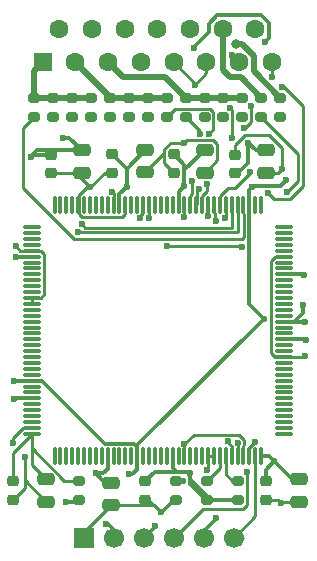
<source format=gbr>
%TF.GenerationSoftware,KiCad,Pcbnew,9.0.3*%
%TF.CreationDate,2025-12-13T00:06:23+05:30*%
%TF.ProjectId,vga,7667612e-6b69-4636-9164-5f7063625858,rev?*%
%TF.SameCoordinates,Original*%
%TF.FileFunction,Copper,L1,Top*%
%TF.FilePolarity,Positive*%
%FSLAX46Y46*%
G04 Gerber Fmt 4.6, Leading zero omitted, Abs format (unit mm)*
G04 Created by KiCad (PCBNEW 9.0.3) date 2025-12-13 00:06:23*
%MOMM*%
%LPD*%
G01*
G04 APERTURE LIST*
G04 Aperture macros list*
%AMRoundRect*
0 Rectangle with rounded corners*
0 $1 Rounding radius*
0 $2 $3 $4 $5 $6 $7 $8 $9 X,Y pos of 4 corners*
0 Add a 4 corners polygon primitive as box body*
4,1,4,$2,$3,$4,$5,$6,$7,$8,$9,$2,$3,0*
0 Add four circle primitives for the rounded corners*
1,1,$1+$1,$2,$3*
1,1,$1+$1,$4,$5*
1,1,$1+$1,$6,$7*
1,1,$1+$1,$8,$9*
0 Add four rect primitives between the rounded corners*
20,1,$1+$1,$2,$3,$4,$5,0*
20,1,$1+$1,$4,$5,$6,$7,0*
20,1,$1+$1,$6,$7,$8,$9,0*
20,1,$1+$1,$8,$9,$2,$3,0*%
G04 Aperture macros list end*
%TA.AperFunction,SMDPad,CuDef*%
%ADD10RoundRect,0.200000X0.275000X-0.200000X0.275000X0.200000X-0.275000X0.200000X-0.275000X-0.200000X0*%
%TD*%
%TA.AperFunction,ComponentPad*%
%ADD11R,1.700000X1.700000*%
%TD*%
%TA.AperFunction,ComponentPad*%
%ADD12C,1.700000*%
%TD*%
%TA.AperFunction,ComponentPad*%
%ADD13R,1.600000X1.600000*%
%TD*%
%TA.AperFunction,ComponentPad*%
%ADD14C,1.600000*%
%TD*%
%TA.AperFunction,SMDPad,CuDef*%
%ADD15RoundRect,0.225000X0.250000X-0.225000X0.250000X0.225000X-0.250000X0.225000X-0.250000X-0.225000X0*%
%TD*%
%TA.AperFunction,SMDPad,CuDef*%
%ADD16RoundRect,0.200000X-0.275000X0.200000X-0.275000X-0.200000X0.275000X-0.200000X0.275000X0.200000X0*%
%TD*%
%TA.AperFunction,SMDPad,CuDef*%
%ADD17RoundRect,0.250000X0.475000X-0.250000X0.475000X0.250000X-0.475000X0.250000X-0.475000X-0.250000X0*%
%TD*%
%TA.AperFunction,SMDPad,CuDef*%
%ADD18RoundRect,0.250000X-0.475000X0.250000X-0.475000X-0.250000X0.475000X-0.250000X0.475000X0.250000X0*%
%TD*%
%TA.AperFunction,SMDPad,CuDef*%
%ADD19RoundRect,0.225000X-0.250000X0.225000X-0.250000X-0.225000X0.250000X-0.225000X0.250000X0.225000X0*%
%TD*%
%TA.AperFunction,SMDPad,CuDef*%
%ADD20RoundRect,0.075000X-0.662500X-0.075000X0.662500X-0.075000X0.662500X0.075000X-0.662500X0.075000X0*%
%TD*%
%TA.AperFunction,SMDPad,CuDef*%
%ADD21RoundRect,0.075000X-0.075000X-0.662500X0.075000X-0.662500X0.075000X0.662500X-0.075000X0.662500X0*%
%TD*%
%TA.AperFunction,ViaPad*%
%ADD22C,0.600000*%
%TD*%
%TA.AperFunction,ViaPad*%
%ADD23C,0.800000*%
%TD*%
%TA.AperFunction,Conductor*%
%ADD24C,0.300000*%
%TD*%
%TA.AperFunction,Conductor*%
%ADD25C,0.250000*%
%TD*%
%TA.AperFunction,Conductor*%
%ADD26C,0.500000*%
%TD*%
G04 APERTURE END LIST*
D10*
%TO.P,R_R2,1*%
%TO.N,Net-(U1A-IOT_74)*%
X89620000Y-56990000D03*
%TO.P,R_R2,2*%
%TO.N,/VGA_RED_OUT*%
X89620000Y-55340000D03*
%TD*%
D11*
%TO.P,J_PROG1,1,Pin_1*%
%TO.N,GND*%
X92220000Y-92590000D03*
D12*
%TO.P,J_PROG1,2,Pin_2*%
%TO.N,+3.3V*%
X94760000Y-92590000D03*
%TO.P,J_PROG1,3,Pin_3*%
%TO.N,/SCK*%
X97300000Y-92590000D03*
%TO.P,J_PROG1,4,Pin_4*%
%TO.N,/SDI*%
X99840000Y-92590000D03*
%TO.P,J_PROG1,5,Pin_5*%
%TO.N,/SDO*%
X102380000Y-92590000D03*
%TO.P,J_PROG1,6,Pin_6*%
%TO.N,/SS*%
X104920000Y-92590000D03*
%TD*%
D10*
%TO.P,R3,1*%
%TO.N,GND*%
X100020000Y-89415000D03*
%TO.P,R3,2*%
%TO.N,Net-(U1C-IOB_42_CBSEL0)*%
X100020000Y-87765000D03*
%TD*%
%TO.P,R1,1*%
%TO.N,+3.3V*%
X105220000Y-89415000D03*
%TO.P,R1,2*%
%TO.N,Net-(U1E-~{CRESET_B})*%
X105220000Y-87765000D03*
%TD*%
%TO.P,R_G2,1*%
%TO.N,Net-(U1A-IOT_78)*%
X96020000Y-56990000D03*
%TO.P,R_G2,2*%
%TO.N,/VGA_GREEN_OUT*%
X96020000Y-55340000D03*
%TD*%
D13*
%TO.P,J1,1*%
%TO.N,/VGA_RED_OUT*%
X88725000Y-52355331D03*
D14*
%TO.P,J1,2*%
%TO.N,/VGA_GREEN_OUT*%
X91495000Y-52355331D03*
%TO.P,J1,3*%
%TO.N,/VGA_BLUE_OUT*%
X94265000Y-52355331D03*
%TO.P,J1,4*%
%TO.N,unconnected-(J1-Pad4)*%
X97035000Y-52355331D03*
%TO.P,J1,5*%
%TO.N,GND*%
X99805000Y-52355331D03*
%TO.P,J1,6*%
X102575000Y-52355331D03*
%TO.P,J1,7*%
X105345000Y-52355331D03*
%TO.P,J1,8*%
X108115000Y-52355331D03*
%TO.P,J1,9*%
%TO.N,unconnected-(J1-Pad9)*%
X90110000Y-49515331D03*
%TO.P,J1,10*%
%TO.N,unconnected-(J1-Pad10)*%
X92880000Y-49515331D03*
%TO.P,J1,11*%
%TO.N,unconnected-(J1-Pad11)*%
X95650000Y-49515331D03*
%TO.P,J1,12*%
%TO.N,unconnected-(J1-Pad12)*%
X98420000Y-49515331D03*
%TO.P,J1,13*%
%TO.N,/HSYNC*%
X101190000Y-49515331D03*
%TO.P,J1,14*%
%TO.N,/VSYNC*%
X103960000Y-49515331D03*
%TO.P,J1,15*%
%TO.N,unconnected-(J1-Pad15)*%
X106730000Y-49515331D03*
%TD*%
D15*
%TO.P,C2,1*%
%TO.N,GND*%
X89420000Y-61740000D03*
%TO.P,C2,2*%
%TO.N,VCCINT*%
X89420000Y-60190000D03*
%TD*%
D16*
%TO.P,R6,1*%
%TO.N,/VSYNC*%
X107220000Y-55340000D03*
%TO.P,R6,2*%
%TO.N,Net-(U1A-IOT_87)*%
X107220000Y-56990000D03*
%TD*%
D17*
%TO.P,C4,1*%
%TO.N,GND*%
X92020000Y-61690000D03*
%TO.P,C4,2*%
%TO.N,VCCINT*%
X92020000Y-59790000D03*
%TD*%
D15*
%TO.P,C3,1*%
%TO.N,GND*%
X86220000Y-89390000D03*
%TO.P,C3,2*%
%TO.N,Net-(U1E-VCCPLL)*%
X86220000Y-87840000D03*
%TD*%
D10*
%TO.P,R_G3,1*%
%TO.N,Net-(U1A-IOT_77)*%
X94420000Y-56990000D03*
%TO.P,R_G3,2*%
%TO.N,/VGA_GREEN_OUT*%
X94420000Y-55340000D03*
%TD*%
%TO.P,R_B2,1*%
%TO.N,Net-(U1A-IOT_82)*%
X102420000Y-56990000D03*
%TO.P,R_B2,2*%
%TO.N,/VGA_BLUE_OUT*%
X102420000Y-55340000D03*
%TD*%
D18*
%TO.P,C9,1*%
%TO.N,+3.3V*%
X107620000Y-59790000D03*
%TO.P,C9,2*%
%TO.N,GND*%
X107620000Y-61690000D03*
%TD*%
D10*
%TO.P,R_R1,1*%
%TO.N,Net-(U1A-IOT_75)*%
X91220000Y-56990000D03*
%TO.P,R_R1,2*%
%TO.N,/VGA_RED_OUT*%
X91220000Y-55340000D03*
%TD*%
%TO.P,R2,1*%
%TO.N,+3.3V*%
X102620000Y-89415000D03*
%TO.P,R2,2*%
%TO.N,Net-(U1E-CDONE)*%
X102620000Y-87765000D03*
%TD*%
D19*
%TO.P,C8,1*%
%TO.N,+3.3V*%
X94620000Y-60140000D03*
%TO.P,C8,2*%
%TO.N,GND*%
X94620000Y-61690000D03*
%TD*%
D15*
%TO.P,C10,1*%
%TO.N,+3.3V*%
X105020000Y-61715000D03*
%TO.P,C10,2*%
%TO.N,GND*%
X105020000Y-60165000D03*
%TD*%
D16*
%TO.P,R4,1*%
%TO.N,Net-(U1E-VCCPLL)*%
X91820000Y-87765000D03*
%TO.P,R4,2*%
%TO.N,VCCPLL*%
X91820000Y-89415000D03*
%TD*%
D18*
%TO.P,C7,1*%
%TO.N,+3.3V*%
X97420000Y-59740000D03*
%TO.P,C7,2*%
%TO.N,GND*%
X97420000Y-61640000D03*
%TD*%
D19*
%TO.P,C12,1*%
%TO.N,+3.3V*%
X99820000Y-60140000D03*
%TO.P,C12,2*%
%TO.N,GND*%
X99820000Y-61690000D03*
%TD*%
D18*
%TO.P,C5,1*%
%TO.N,Net-(U1E-VCCPLL)*%
X89020000Y-87640000D03*
%TO.P,C5,2*%
%TO.N,GND*%
X89020000Y-89540000D03*
%TD*%
D20*
%TO.P,U1,1,IOL_1A*%
%TO.N,unconnected-(U1D-IOL_1A-Pad1)*%
X87807500Y-66302500D03*
%TO.P,U1,2,IOL_1B*%
%TO.N,unconnected-(U1D-IOL_1B-Pad2)*%
X87807500Y-66802500D03*
%TO.P,U1,3,IOL_2A*%
%TO.N,unconnected-(U1D-IOL_2A-Pad3)*%
X87807500Y-67302500D03*
%TO.P,U1,4,IOL_2B*%
%TO.N,unconnected-(U1D-IOL_2B-Pad4)*%
X87807500Y-67802500D03*
%TO.P,U1,5,GND*%
%TO.N,GND*%
X87807500Y-68302500D03*
%TO.P,U1,6,VCCIO_3*%
%TO.N,+3.3V*%
X87807500Y-68802500D03*
%TO.P,U1,7,IOL_3A*%
%TO.N,unconnected-(U1D-IOL_3A-Pad7)*%
X87807500Y-69302500D03*
%TO.P,U1,8,IOL_3B*%
%TO.N,unconnected-(U1D-IOL_3B-Pad8)*%
X87807500Y-69802500D03*
%TO.P,U1,9,IOL_4A*%
%TO.N,unconnected-(U1D-IOL_4A-Pad9)*%
X87807500Y-70302500D03*
%TO.P,U1,10,IOL_4B*%
%TO.N,unconnected-(U1D-IOL_4B-Pad10)*%
X87807500Y-70802500D03*
%TO.P,U1,11,IOL_5A*%
%TO.N,unconnected-(U1D-IOL_5A-Pad11)*%
X87807500Y-71302500D03*
%TO.P,U1,12,IOL_5B*%
%TO.N,unconnected-(U1D-IOL_5B-Pad12)*%
X87807500Y-71802500D03*
%TO.P,U1,13,GND*%
%TO.N,GND*%
X87807500Y-72302500D03*
%TO.P,U1,14,GND*%
X87807500Y-72802500D03*
%TO.P,U1,15,NC*%
%TO.N,unconnected-(U1A-NC-Pad15)*%
X87807500Y-73302500D03*
%TO.P,U1,16,NC*%
%TO.N,unconnected-(U1A-NC-Pad16)*%
X87807500Y-73802500D03*
%TO.P,U1,17,NC*%
%TO.N,unconnected-(U1A-NC-Pad17)*%
X87807500Y-74302500D03*
%TO.P,U1,18,NC*%
%TO.N,unconnected-(U1A-NC-Pad18)*%
X87807500Y-74802500D03*
%TO.P,U1,19,IOL_6A*%
%TO.N,unconnected-(U1D-IOL_6A-Pad19)*%
X87807500Y-75302500D03*
%TO.P,U1,20,IOL_6B_GBIN7*%
%TO.N,unconnected-(U1D-IOL_6B_GBIN7-Pad20)*%
X87807500Y-75802500D03*
%TO.P,U1,21,IOL_7A_GBIN6*%
%TO.N,unconnected-(U1D-IOL_7A_GBIN6-Pad21)*%
X87807500Y-76302500D03*
%TO.P,U1,22,IOL_7B*%
%TO.N,unconnected-(U1D-IOL_7B-Pad22)*%
X87807500Y-76802500D03*
%TO.P,U1,23,IOL_8A*%
%TO.N,unconnected-(U1D-IOL_8A-Pad23)*%
X87807500Y-77302500D03*
%TO.P,U1,24,IOL_8B*%
%TO.N,unconnected-(U1D-IOL_8B-Pad24)*%
X87807500Y-77802500D03*
%TO.P,U1,25,IOL_9A*%
%TO.N,unconnected-(U1D-IOL_9A-Pad25)*%
X87807500Y-78302500D03*
%TO.P,U1,26,IOL_9B*%
%TO.N,unconnected-(U1D-IOL_9B-Pad26)*%
X87807500Y-78802500D03*
%TO.P,U1,27,VCC*%
%TO.N,VCCINT*%
X87807500Y-79302500D03*
%TO.P,U1,28,IOL_10A*%
%TO.N,unconnected-(U1D-IOL_10A-Pad28)*%
X87807500Y-79802500D03*
%TO.P,U1,29,IOL_10B*%
%TO.N,unconnected-(U1D-IOL_10B-Pad29)*%
X87807500Y-80302500D03*
%TO.P,U1,30,VCCIO_3*%
%TO.N,+3.3V*%
X87807500Y-80802500D03*
%TO.P,U1,31,IOL_11A*%
%TO.N,unconnected-(U1D-IOL_11A-Pad31)*%
X87807500Y-81302500D03*
%TO.P,U1,32,IOL_11B*%
%TO.N,unconnected-(U1D-IOL_11B-Pad32)*%
X87807500Y-81802500D03*
%TO.P,U1,33,IOL_12A*%
%TO.N,unconnected-(U1D-IOL_12A-Pad33)*%
X87807500Y-82302500D03*
%TO.P,U1,34,IOL_12B*%
%TO.N,unconnected-(U1D-IOL_12B-Pad34)*%
X87807500Y-82802500D03*
%TO.P,U1,35,GNDPLL*%
%TO.N,GND*%
X87807500Y-83302500D03*
%TO.P,U1,36,VCCPLL*%
%TO.N,Net-(U1E-VCCPLL)*%
X87807500Y-83802500D03*
D21*
%TO.P,U1,37,IOB_24*%
%TO.N,unconnected-(U1C-IOB_24-Pad37)*%
X89720000Y-85715000D03*
%TO.P,U1,38,IOB_25*%
%TO.N,unconnected-(U1C-IOB_25-Pad38)*%
X90220000Y-85715000D03*
%TO.P,U1,39,IOB_26*%
%TO.N,unconnected-(U1C-IOB_26-Pad39)*%
X90720000Y-85715000D03*
%TO.P,U1,40,NC*%
%TO.N,unconnected-(U1B-NC-Pad40)*%
X91220000Y-85715000D03*
%TO.P,U1,41,IOB_27*%
%TO.N,unconnected-(U1C-IOB_27-Pad41)*%
X91720000Y-85715000D03*
%TO.P,U1,42,IOB_28*%
%TO.N,unconnected-(U1C-IOB_28-Pad42)*%
X92220000Y-85715000D03*
%TO.P,U1,43,IOB_29*%
%TO.N,unconnected-(U1C-IOB_29-Pad43)*%
X92720000Y-85715000D03*
%TO.P,U1,44,IOB_30*%
%TO.N,unconnected-(U1C-IOB_30-Pad44)*%
X93220000Y-85715000D03*
%TO.P,U1,45,IOB_31*%
%TO.N,unconnected-(U1C-IOB_31-Pad45)*%
X93720000Y-85715000D03*
%TO.P,U1,46,VCCIO_2*%
%TO.N,+3.3V*%
X94220000Y-85715000D03*
%TO.P,U1,47,IOB_32*%
%TO.N,unconnected-(U1C-IOB_32-Pad47)*%
X94720000Y-85715000D03*
%TO.P,U1,48,IOB_33*%
%TO.N,unconnected-(U1C-IOB_33-Pad48)*%
X95220000Y-85715000D03*
%TO.P,U1,49,IOB_35_GBIN5*%
%TO.N,unconnected-(U1C-IOB_35_GBIN5-Pad49)*%
X95720000Y-85715000D03*
%TO.P,U1,50,IOB_36_GBIN4*%
%TO.N,unconnected-(U1C-IOB_36_GBIN4-Pad50)*%
X96220000Y-85715000D03*
%TO.P,U1,51,VCC*%
%TO.N,VCCINT*%
X96720000Y-85715000D03*
%TO.P,U1,52,IOB_34*%
%TO.N,unconnected-(U1C-IOB_34-Pad52)*%
X97220000Y-85715000D03*
%TO.P,U1,53,NC*%
%TO.N,unconnected-(U1B-NC-Pad53)*%
X97720000Y-85715000D03*
%TO.P,U1,54,NC*%
%TO.N,unconnected-(U1B-NC-Pad54)*%
X98220000Y-85715000D03*
%TO.P,U1,55,NC*%
%TO.N,unconnected-(U1B-NC-Pad55)*%
X98720000Y-85715000D03*
%TO.P,U1,56,IOB_37*%
%TO.N,unconnected-(U1C-IOB_37-Pad56)*%
X99220000Y-85715000D03*
%TO.P,U1,57,VCCIO_2*%
%TO.N,+3.3V*%
X99720000Y-85715000D03*
%TO.P,U1,58,IOB_38*%
%TO.N,unconnected-(U1C-IOB_38-Pad58)*%
X100220000Y-85715000D03*
%TO.P,U1,59,GND*%
%TO.N,GND*%
X100720000Y-85715000D03*
%TO.P,U1,60,IOB_39*%
%TO.N,unconnected-(U1C-IOB_39-Pad60)*%
X101220000Y-85715000D03*
%TO.P,U1,61,IOB_40*%
%TO.N,unconnected-(U1C-IOB_40-Pad61)*%
X101720000Y-85715000D03*
%TO.P,U1,62,IOB_41*%
%TO.N,unconnected-(U1C-IOB_41-Pad62)*%
X102220000Y-85715000D03*
%TO.P,U1,63,IOB_42_CBSEL0*%
%TO.N,Net-(U1C-IOB_42_CBSEL0)*%
X102720000Y-85715000D03*
%TO.P,U1,64,IOB_43_CBSEL1*%
X103220000Y-85715000D03*
%TO.P,U1,65,CDONE*%
%TO.N,Net-(U1E-CDONE)*%
X103720000Y-85715000D03*
%TO.P,U1,66,~{CRESET_B}*%
%TO.N,Net-(U1E-~{CRESET_B})*%
X104220000Y-85715000D03*
%TO.P,U1,67,IOB_44_SDO*%
%TO.N,/SDO*%
X104720000Y-85715000D03*
%TO.P,U1,68,IOB_45_SDI*%
%TO.N,/SDI*%
X105220000Y-85715000D03*
%TO.P,U1,69,GND*%
%TO.N,GND*%
X105720000Y-85715000D03*
%TO.P,U1,70,IOB_46_SCK*%
%TO.N,/SCK*%
X106220000Y-85715000D03*
%TO.P,U1,71,IOB_47_SS*%
%TO.N,/SS*%
X106720000Y-85715000D03*
%TO.P,U1,72,VCC_SPI*%
%TO.N,+3.3V*%
X107220000Y-85715000D03*
D20*
%TO.P,U1,73,IOR_48*%
%TO.N,unconnected-(U1B-IOR_48-Pad73)*%
X109132500Y-83802500D03*
%TO.P,U1,74,IOR_49*%
%TO.N,unconnected-(U1B-IOR_49-Pad74)*%
X109132500Y-83302500D03*
%TO.P,U1,75,IOR_50*%
%TO.N,unconnected-(U1B-IOR_50-Pad75)*%
X109132500Y-82802500D03*
%TO.P,U1,76,IOR_51*%
%TO.N,unconnected-(U1B-IOR_51-Pad76)*%
X109132500Y-82302500D03*
%TO.P,U1,77,NC*%
%TO.N,unconnected-(U1A-NC-Pad77)*%
X109132500Y-81802500D03*
%TO.P,U1,78,IOR_52*%
%TO.N,unconnected-(U1B-IOR_52-Pad78)*%
X109132500Y-81302500D03*
%TO.P,U1,79,IOR_53*%
%TO.N,unconnected-(U1B-IOR_53-Pad79)*%
X109132500Y-80802500D03*
%TO.P,U1,80,IOR_54*%
%TO.N,unconnected-(U1B-IOR_54-Pad80)*%
X109132500Y-80302500D03*
%TO.P,U1,81,IOR_55*%
%TO.N,unconnected-(U1B-IOR_55-Pad81)*%
X109132500Y-79802500D03*
%TO.P,U1,82,NC*%
%TO.N,unconnected-(U1B-NC-Pad82)*%
X109132500Y-79302500D03*
%TO.P,U1,83,NC*%
%TO.N,unconnected-(U1C-NC-Pad83)*%
X109132500Y-78802500D03*
%TO.P,U1,84,NC*%
%TO.N,unconnected-(U1C-NC-Pad84)*%
X109132500Y-78302500D03*
%TO.P,U1,85,NC*%
%TO.N,unconnected-(U1C-NC-Pad85)*%
X109132500Y-77802500D03*
%TO.P,U1,86,GND*%
%TO.N,GND*%
X109132500Y-77302500D03*
%TO.P,U1,87,IOR_56*%
%TO.N,unconnected-(U1B-IOR_56-Pad87)*%
X109132500Y-76802500D03*
%TO.P,U1,88,IOR_57*%
%TO.N,unconnected-(U1B-IOR_57-Pad88)*%
X109132500Y-76302500D03*
%TO.P,U1,89,VCCIO_1*%
%TO.N,+3.3V*%
X109132500Y-75802500D03*
%TO.P,U1,90,IOR_58*%
%TO.N,unconnected-(U1B-IOR_58-Pad90)*%
X109132500Y-75302500D03*
%TO.P,U1,91,IOR_59*%
%TO.N,unconnected-(U1B-IOR_59-Pad91)*%
X109132500Y-74802500D03*
%TO.P,U1,92,VCC*%
%TO.N,VCCINT*%
X109132500Y-74302500D03*
%TO.P,U1,93,IOR_60_GBIN3*%
%TO.N,unconnected-(U1B-IOR_60_GBIN3-Pad93)*%
X109132500Y-73802500D03*
%TO.P,U1,94,IOR_61_GBIN2*%
%TO.N,unconnected-(U1B-IOR_61_GBIN2-Pad94)*%
X109132500Y-73302500D03*
%TO.P,U1,95,IOR_62*%
%TO.N,unconnected-(U1B-IOR_62-Pad95)*%
X109132500Y-72802500D03*
%TO.P,U1,96,IOR_63*%
%TO.N,unconnected-(U1B-IOR_63-Pad96)*%
X109132500Y-72302500D03*
%TO.P,U1,97,IOR_64*%
%TO.N,unconnected-(U1B-IOR_64-Pad97)*%
X109132500Y-71802500D03*
%TO.P,U1,98,IOR_65*%
%TO.N,unconnected-(U1B-IOR_65-Pad98)*%
X109132500Y-71302500D03*
%TO.P,U1,99,IOR_66*%
%TO.N,unconnected-(U1B-IOR_66-Pad99)*%
X109132500Y-70802500D03*
%TO.P,U1,100,VCCIO_1*%
%TO.N,+3.3V*%
X109132500Y-70302500D03*
%TO.P,U1,101,IOR_67*%
%TO.N,unconnected-(U1B-IOR_67-Pad101)*%
X109132500Y-69802500D03*
%TO.P,U1,102,IOR_68*%
%TO.N,unconnected-(U1B-IOR_68-Pad102)*%
X109132500Y-69302500D03*
%TO.P,U1,103,GND*%
%TO.N,GND*%
X109132500Y-68802500D03*
%TO.P,U1,104,IOR_69*%
%TO.N,unconnected-(U1B-IOR_69-Pad104)*%
X109132500Y-68302500D03*
%TO.P,U1,105,IOR_70*%
%TO.N,unconnected-(U1B-IOR_70-Pad105)*%
X109132500Y-67802500D03*
%TO.P,U1,106,IOR_71*%
%TO.N,unconnected-(U1B-IOR_71-Pad106)*%
X109132500Y-67302500D03*
%TO.P,U1,107,IOR_72*%
%TO.N,unconnected-(U1B-IOR_72-Pad107)*%
X109132500Y-66802500D03*
%TO.P,U1,108,VPP_2V5*%
%TO.N,unconnected-(U1E-VPP_2V5-Pad108)*%
X109132500Y-66302500D03*
D21*
%TO.P,U1,109,VPP_FAST*%
%TO.N,unconnected-(U1E-VPP_FAST-Pad109)*%
X107220000Y-64390000D03*
%TO.P,U1,110,NC*%
%TO.N,unconnected-(U1C-NC-Pad110)*%
X106720000Y-64390000D03*
%TO.P,U1,111,VCC*%
%TO.N,VCCINT*%
X106220000Y-64390000D03*
%TO.P,U1,112,IOT_73*%
%TO.N,Net-(U1A-IOT_73)*%
X105720000Y-64390000D03*
%TO.P,U1,113,IOT_74*%
%TO.N,Net-(U1A-IOT_74)*%
X105220000Y-64390000D03*
%TO.P,U1,114,IOT_75*%
%TO.N,Net-(U1A-IOT_75)*%
X104720000Y-64390000D03*
%TO.P,U1,115,IOT_76*%
%TO.N,Net-(U1A-IOT_76)*%
X104220000Y-64390000D03*
%TO.P,U1,116,IOT_77*%
%TO.N,Net-(U1A-IOT_77)*%
X103720000Y-64390000D03*
%TO.P,U1,117,IOT_78*%
%TO.N,Net-(U1A-IOT_78)*%
X103220000Y-64390000D03*
%TO.P,U1,118,IOT_79*%
%TO.N,Net-(U1A-IOT_79)*%
X102720000Y-64390000D03*
%TO.P,U1,119,IOT_80*%
%TO.N,Net-(U1A-IOT_80)*%
X102220000Y-64390000D03*
%TO.P,U1,120,IOT_81*%
%TO.N,Net-(U1A-IOT_81)*%
X101720000Y-64390000D03*
%TO.P,U1,121,IOT_82*%
%TO.N,Net-(U1A-IOT_82)*%
X101220000Y-64390000D03*
%TO.P,U1,122,IOT_83*%
%TO.N,Net-(U1A-IOT_83)*%
X100720000Y-64390000D03*
%TO.P,U1,123,VCCIO_0*%
%TO.N,+3.3V*%
X100220000Y-64390000D03*
%TO.P,U1,124,NC*%
%TO.N,unconnected-(U1C-NC-Pad124)*%
X99720000Y-64390000D03*
%TO.P,U1,125,NC*%
%TO.N,unconnected-(U1D-NC-Pad125)*%
X99220000Y-64390000D03*
%TO.P,U1,126,NC*%
%TO.N,unconnected-(U1D-NC-Pad126)*%
X98720000Y-64390000D03*
%TO.P,U1,127,NC*%
%TO.N,unconnected-(U1D-NC-Pad127)*%
X98220000Y-64390000D03*
%TO.P,U1,128,IOT_84_GBIN1*%
%TO.N,Net-(U1A-IOT_84_GBIN1)*%
X97720000Y-64390000D03*
%TO.P,U1,129,IOT_85_GBIN0*%
%TO.N,Net-(U1A-IOT_85_GBIN0)*%
X97220000Y-64390000D03*
%TO.P,U1,130,NC*%
%TO.N,unconnected-(U1D-NC-Pad130)*%
X96720000Y-64390000D03*
%TO.P,U1,131,NC*%
%TO.N,unconnected-(U1D-NC-Pad131)*%
X96220000Y-64390000D03*
%TO.P,U1,132,GND*%
%TO.N,GND*%
X95720000Y-64390000D03*
%TO.P,U1,133,VCCIO_0*%
%TO.N,+3.3V*%
X95220000Y-64390000D03*
%TO.P,U1,134,IOT_87*%
%TO.N,Net-(U1A-IOT_87)*%
X94720000Y-64390000D03*
%TO.P,U1,135,IOT_88*%
%TO.N,unconnected-(U1A-IOT_88-Pad135)*%
X94220000Y-64390000D03*
%TO.P,U1,136,IOT_89*%
%TO.N,unconnected-(U1A-IOT_89-Pad136)*%
X93720000Y-64390000D03*
%TO.P,U1,137,IOT_90*%
%TO.N,unconnected-(U1A-IOT_90-Pad137)*%
X93220000Y-64390000D03*
%TO.P,U1,138,IOT_91*%
%TO.N,unconnected-(U1A-IOT_91-Pad138)*%
X92720000Y-64390000D03*
%TO.P,U1,139,IOT_92*%
%TO.N,unconnected-(U1A-IOT_92-Pad139)*%
X92220000Y-64390000D03*
%TO.P,U1,140,GND*%
%TO.N,GND*%
X91720000Y-64390000D03*
%TO.P,U1,141,IOT_93*%
%TO.N,unconnected-(U1A-IOT_93-Pad141)*%
X91220000Y-64390000D03*
%TO.P,U1,142,IOT_94*%
%TO.N,unconnected-(U1A-IOT_94-Pad142)*%
X90720000Y-64390000D03*
%TO.P,U1,143,IOT_95*%
%TO.N,unconnected-(U1A-IOT_95-Pad143)*%
X90220000Y-64390000D03*
%TO.P,U1,144,IOT_96*%
%TO.N,unconnected-(U1A-IOT_96-Pad144)*%
X89720000Y-64390000D03*
%TD*%
D10*
%TO.P,R_R0,1*%
%TO.N,Net-(U1A-IOT_76)*%
X92820000Y-56990000D03*
%TO.P,R_R0,2*%
%TO.N,/VGA_RED_OUT*%
X92820000Y-55340000D03*
%TD*%
%TO.P,R_B3,1*%
%TO.N,Net-(U1A-IOT_81)*%
X100820000Y-56990000D03*
%TO.P,R_B3,2*%
%TO.N,/VGA_BLUE_OUT*%
X100820000Y-55340000D03*
%TD*%
D18*
%TO.P,C11,1*%
%TO.N,+3.3V*%
X102420000Y-59790000D03*
%TO.P,C11,2*%
%TO.N,GND*%
X102420000Y-61690000D03*
%TD*%
D19*
%TO.P,C6,1*%
%TO.N,+3.3V*%
X107620000Y-87840000D03*
%TO.P,C6,2*%
%TO.N,GND*%
X107620000Y-89390000D03*
%TD*%
D10*
%TO.P,R_B0,1*%
%TO.N,Net-(U1A-IOT_84_GBIN1)*%
X105620000Y-56990000D03*
%TO.P,R_B0,2*%
%TO.N,/VGA_BLUE_OUT*%
X105620000Y-55340000D03*
%TD*%
D19*
%TO.P,C14,1*%
%TO.N,+3.3V*%
X97420000Y-87815000D03*
%TO.P,C14,2*%
%TO.N,GND*%
X97420000Y-89365000D03*
%TD*%
D18*
%TO.P,C13,1*%
%TO.N,+3.3V*%
X94520000Y-87940000D03*
%TO.P,C13,2*%
%TO.N,GND*%
X94520000Y-89840000D03*
%TD*%
D10*
%TO.P,R_G1,1*%
%TO.N,Net-(U1A-IOT_79)*%
X97620000Y-56990000D03*
%TO.P,R_G1,2*%
%TO.N,/VGA_GREEN_OUT*%
X97620000Y-55340000D03*
%TD*%
D18*
%TO.P,C1,1*%
%TO.N,+3.3V*%
X110420000Y-87640000D03*
%TO.P,C1,2*%
%TO.N,GND*%
X110420000Y-89540000D03*
%TD*%
D10*
%TO.P,R_G0,1*%
%TO.N,Net-(U1A-IOT_80)*%
X99220000Y-56990000D03*
%TO.P,R_G0,2*%
%TO.N,/VGA_GREEN_OUT*%
X99220000Y-55340000D03*
%TD*%
%TO.P,R_R3,1*%
%TO.N,Net-(U1A-IOT_73)*%
X88020000Y-56990000D03*
%TO.P,R_R3,2*%
%TO.N,/VGA_RED_OUT*%
X88020000Y-55340000D03*
%TD*%
%TO.P,R_B1,1*%
%TO.N,Net-(U1A-IOT_83)*%
X104020000Y-56990000D03*
%TO.P,R_B1,2*%
%TO.N,/VGA_BLUE_OUT*%
X104020000Y-55340000D03*
%TD*%
D16*
%TO.P,R5,1*%
%TO.N,/HSYNC*%
X108820000Y-55340000D03*
%TO.P,R5,2*%
%TO.N,Net-(U1A-IOT_85_GBIN0)*%
X108820000Y-56990000D03*
%TD*%
D22*
%TO.N,VCCINT*%
X109320000Y-62340000D03*
X107520000Y-50640000D03*
X101520000Y-51140000D03*
X90420000Y-58740000D03*
%TO.N,+3.3V*%
X94120000Y-91440000D03*
%TO.N,VCCINT*%
X107420000Y-74040000D03*
X110720000Y-72871245D03*
%TO.N,Net-(U1A-IOT_78)*%
X96020000Y-56990000D03*
X108950331Y-54409669D03*
X107813413Y-63433413D03*
X103426511Y-65765000D03*
%TO.N,Net-(U1A-IOT_77)*%
X94420000Y-56990000D03*
X106346824Y-56078354D03*
X105764015Y-57947188D03*
X106304620Y-61624620D03*
%TO.N,Net-(U1A-IOT_76)*%
X92820000Y-56990000D03*
X104770764Y-58790764D03*
X104559817Y-56192198D03*
X104145000Y-65549879D03*
%TO.N,Net-(U1A-IOT_75)*%
X91220000Y-56990000D03*
X92062822Y-66066932D03*
%TO.N,Net-(U1A-IOT_74)*%
X89620000Y-56990000D03*
X91683603Y-66714000D03*
%TO.N,Net-(U1A-IOT_85_GBIN0)*%
X108820000Y-56990000D03*
X105570000Y-68003172D03*
X99231828Y-67865000D03*
X96970050Y-65548879D03*
%TO.N,Net-(U1A-IOT_84_GBIN1)*%
X105620000Y-56990000D03*
X97720000Y-65540000D03*
%TO.N,Net-(U1A-IOT_87)*%
X109420000Y-63340000D03*
X94612568Y-63308641D03*
%TO.N,Net-(U1A-IOT_79)*%
X97620000Y-56990000D03*
X102719999Y-65361351D03*
%TO.N,Net-(U1A-IOT_80)*%
X102770003Y-58389000D03*
X102595000Y-62693070D03*
%TO.N,Net-(U1A-IOT_81)*%
X102020000Y-58389000D03*
X101960642Y-63094781D03*
%TO.N,Net-(U1A-IOT_82)*%
X101385642Y-62396239D03*
X102420000Y-56990000D03*
%TO.N,Net-(U1A-IOT_83)*%
X104020000Y-56990000D03*
X100707989Y-65454680D03*
%TO.N,GND*%
X108100330Y-53559669D03*
X104710000Y-51710417D03*
X101620000Y-54240000D03*
D23*
%TO.N,/HSYNC*%
X105120000Y-50840000D03*
D22*
%TO.N,+3.3V*%
X111020000Y-75840000D03*
X86320000Y-80840000D03*
X110820000Y-70340000D03*
X101220000Y-87140000D03*
X108320000Y-86140000D03*
X100720000Y-62840000D03*
X86420000Y-68840000D03*
X106120000Y-59140000D03*
X93220000Y-87140000D03*
X95820000Y-62940000D03*
%TO.N,GND*%
X86220000Y-84540000D03*
X110920000Y-77240000D03*
X87220000Y-85740000D03*
X98720000Y-90440000D03*
X92720000Y-62940000D03*
X109020000Y-61340000D03*
X86420000Y-67940000D03*
X100720000Y-84640000D03*
X108920000Y-89640000D03*
X100720000Y-59140000D03*
%TO.N,VCCINT*%
X87720000Y-60340000D03*
X106420000Y-62940000D03*
X86320000Y-79340000D03*
X110920000Y-74340000D03*
X96020000Y-87240000D03*
%TO.N,/SDI*%
X105982836Y-87002837D03*
X105220000Y-84540000D03*
%TO.N,/SDO*%
X104420000Y-84440000D03*
X103420000Y-90940000D03*
%TO.N,/SCK*%
X106728072Y-84527500D03*
X98220000Y-91640000D03*
%TO.N,Net-(U1C-IOB_42_CBSEL0)*%
X100570000Y-87766101D03*
X102620000Y-86840000D03*
%TO.N,VCCPLL*%
X90720000Y-89540000D03*
%TD*%
D24*
%TO.N,VCCINT*%
X90970000Y-58740000D02*
X92020000Y-59790000D01*
X102784331Y-49775669D02*
X101520000Y-51040000D01*
X90420000Y-58740000D02*
X90970000Y-58740000D01*
X102784331Y-49063240D02*
X102784331Y-49775669D01*
X107206760Y-48364331D02*
X103483240Y-48364331D01*
X107881000Y-49038571D02*
X107206760Y-48364331D01*
X107881000Y-50279000D02*
X107881000Y-49038571D01*
X107520000Y-50640000D02*
X107881000Y-50279000D01*
X108877587Y-62782413D02*
X109320000Y-62340000D01*
X103483240Y-48364331D02*
X102784331Y-49063240D01*
X106577587Y-62782413D02*
X108877587Y-62782413D01*
X106420000Y-62940000D02*
X106577587Y-62782413D01*
D25*
%TO.N,Net-(U1A-IOT_87)*%
X110320000Y-60090000D02*
X107220000Y-56990000D01*
X110320000Y-62440000D02*
X110320000Y-60090000D01*
X109420000Y-63340000D02*
X110320000Y-62440000D01*
%TO.N,Net-(U1A-IOT_78)*%
X109658588Y-63916000D02*
X110720000Y-62854588D01*
X110720000Y-56015582D02*
X109114087Y-54409669D01*
X108296000Y-63916000D02*
X109658588Y-63916000D01*
X110720000Y-62854588D02*
X110720000Y-56015582D01*
X107813413Y-63433413D02*
X108296000Y-63916000D01*
X109114087Y-54409669D02*
X108950331Y-54409669D01*
D24*
%TO.N,+3.3V*%
X94220000Y-91440000D02*
X94760000Y-91980000D01*
X94120000Y-91440000D02*
X94220000Y-91440000D01*
X94760000Y-91980000D02*
X94760000Y-92590000D01*
D25*
%TO.N,Net-(U1A-IOT_78)*%
X103295999Y-65634488D02*
X103426511Y-65765000D01*
X103295999Y-65122763D02*
X103295999Y-65634488D01*
X103220000Y-65046764D02*
X103295999Y-65122763D01*
X103220000Y-64390000D02*
X103220000Y-65046764D01*
%TO.N,Net-(U1A-IOT_75)*%
X92335890Y-66340000D02*
X92062822Y-66066932D01*
X104720000Y-66340000D02*
X92335890Y-66340000D01*
X104720000Y-64390000D02*
X104720000Y-66340000D01*
%TO.N,Net-(U1A-IOT_76)*%
X104145000Y-65549879D02*
X104220000Y-65474879D01*
X104220000Y-65474879D02*
X104220000Y-64390000D01*
%TO.N,Net-(U1A-IOT_77)*%
X106371000Y-56102530D02*
X106346824Y-56078354D01*
X106371000Y-57392708D02*
X106371000Y-56102530D01*
X105816520Y-57947188D02*
X106371000Y-57392708D01*
X105764015Y-57947188D02*
X105816520Y-57947188D01*
X106304620Y-61690846D02*
X106304620Y-61624620D01*
X105013114Y-62982352D02*
X106304620Y-61690846D01*
X104390149Y-62982352D02*
X105013114Y-62982352D01*
X103720000Y-63652501D02*
X104390149Y-62982352D01*
X103720000Y-64390000D02*
X103720000Y-63652501D01*
%TO.N,Net-(U1A-IOT_76)*%
X104770764Y-56403145D02*
X104559817Y-56192198D01*
X104770764Y-58790764D02*
X104770764Y-56403145D01*
%TO.N,Net-(U1A-IOT_85_GBIN0)*%
X105506828Y-67940000D02*
X105570000Y-68003172D01*
X99306828Y-67940000D02*
X105506828Y-67940000D01*
X99231828Y-67865000D02*
X99306828Y-67940000D01*
%TO.N,Net-(U1A-IOT_74)*%
X91709603Y-66740000D02*
X91683603Y-66714000D01*
X105168000Y-66740000D02*
X91709603Y-66740000D01*
X105194000Y-66714000D02*
X105168000Y-66740000D01*
X105220000Y-64390000D02*
X105220000Y-66740000D01*
%TO.N,Net-(U1A-IOT_73)*%
X87094000Y-62999968D02*
X87094000Y-57916000D01*
X91383032Y-67289000D02*
X87094000Y-62999968D01*
X105744000Y-67150828D02*
X105605828Y-67289000D01*
X105744000Y-65151499D02*
X105744000Y-67150828D01*
X105720000Y-64390000D02*
X105720000Y-65127499D01*
X105720000Y-65127499D02*
X105744000Y-65151499D01*
X105605828Y-67289000D02*
X91383032Y-67289000D01*
X87094000Y-57916000D02*
X88020000Y-56990000D01*
%TO.N,Net-(U1A-IOT_85_GBIN0)*%
X97220000Y-65127499D02*
X96970050Y-65377449D01*
X96970050Y-65377449D02*
X96970050Y-65548879D01*
X97220000Y-64390000D02*
X97220000Y-65127499D01*
%TO.N,Net-(U1A-IOT_84_GBIN1)*%
X97720000Y-64390000D02*
X97720000Y-65540000D01*
%TO.N,Net-(U1A-IOT_87)*%
X94720000Y-63416073D02*
X94612568Y-63308641D01*
X94720000Y-64390000D02*
X94720000Y-63416073D01*
%TO.N,Net-(U1A-IOT_79)*%
X102720000Y-64390000D02*
X102719999Y-65361351D01*
%TO.N,Net-(U1A-IOT_80)*%
X102897708Y-56314000D02*
X99896000Y-56314000D01*
X103171000Y-56587292D02*
X102897708Y-56314000D01*
X102770003Y-58389000D02*
X103171000Y-57988003D01*
X99896000Y-56314000D02*
X99220000Y-56990000D01*
X102595000Y-63277501D02*
X102595000Y-62693070D01*
X102220000Y-63652501D02*
X102595000Y-63277501D01*
X102220000Y-64390000D02*
X102220000Y-63652501D01*
X103171000Y-57988003D02*
X103171000Y-56587292D01*
%TO.N,Net-(U1A-IOT_81)*%
X102020000Y-58190000D02*
X100820000Y-56990000D01*
X102020000Y-58389000D02*
X102020000Y-58190000D01*
X101786642Y-63268781D02*
X101960642Y-63094781D01*
X101786642Y-64323358D02*
X101786642Y-63268781D01*
X101720000Y-64390000D02*
X101786642Y-64323358D01*
%TO.N,Net-(U1A-IOT_82)*%
X101385642Y-63474358D02*
X101385642Y-62396239D01*
X101220000Y-63640000D02*
X101385642Y-63474358D01*
X101220000Y-64390000D02*
X101220000Y-63640000D01*
%TO.N,Net-(U1A-IOT_83)*%
X100720000Y-65442669D02*
X100707989Y-65454680D01*
X100720000Y-64390000D02*
X100720000Y-65442669D01*
%TO.N,GND*%
X108115000Y-53544999D02*
X108100330Y-53559669D01*
X108115000Y-52355331D02*
X108115000Y-53544999D01*
X105345000Y-52345417D02*
X104710000Y-51710417D01*
X105345000Y-52355331D02*
X105345000Y-52345417D01*
X102575000Y-52355331D02*
X102575000Y-53285000D01*
X102575000Y-53285000D02*
X101620000Y-54240000D01*
X101620000Y-54170331D02*
X101620000Y-54240000D01*
X99805000Y-52355331D02*
X101620000Y-54170331D01*
D26*
%TO.N,/HSYNC*%
X105598851Y-50840000D02*
X105120000Y-50840000D01*
X106596000Y-51837149D02*
X105598851Y-50840000D01*
X106596000Y-53116000D02*
X106596000Y-51837149D01*
X108820000Y-55340000D02*
X106596000Y-53116000D01*
%TO.N,/VSYNC*%
X104558818Y-53606331D02*
X103960000Y-53007513D01*
X105486331Y-53606331D02*
X104558818Y-53606331D01*
X103960000Y-53007513D02*
X103960000Y-49515331D01*
X107220000Y-55340000D02*
X105486331Y-53606331D01*
%TO.N,/VGA_BLUE_OUT*%
X102420000Y-55340000D02*
X100820000Y-55340000D01*
X104020000Y-55340000D02*
X102420000Y-55340000D01*
X105620000Y-55340000D02*
X104020000Y-55340000D01*
X95516000Y-53606331D02*
X94265000Y-52355331D01*
X99086331Y-53606331D02*
X95516000Y-53606331D01*
X100820000Y-55340000D02*
X99086331Y-53606331D01*
%TO.N,/VGA_GREEN_OUT*%
X94420000Y-55280331D02*
X91495000Y-52355331D01*
X94420000Y-55340000D02*
X94420000Y-55280331D01*
X96020000Y-55340000D02*
X94420000Y-55340000D01*
X97620000Y-55340000D02*
X96020000Y-55340000D01*
X99220000Y-55340000D02*
X97620000Y-55340000D01*
%TO.N,/VGA_RED_OUT*%
X92820000Y-55340000D02*
X91220000Y-55340000D01*
X91220000Y-55340000D02*
X89620000Y-55340000D01*
X89620000Y-55340000D02*
X88020000Y-55340000D01*
X88020000Y-53060331D02*
X88725000Y-52355331D01*
X88020000Y-55340000D02*
X88020000Y-53060331D01*
D24*
%TO.N,+3.3V*%
X100020000Y-87014000D02*
X101094000Y-87014000D01*
X100720000Y-61490000D02*
X100720000Y-62840000D01*
X106120000Y-60890000D02*
X105295000Y-61715000D01*
X103010226Y-89415000D02*
X101220000Y-87624774D01*
X100220000Y-64390000D02*
X100220000Y-63340000D01*
X95820000Y-61340000D02*
X95820000Y-62940000D01*
X100220000Y-63340000D02*
X100720000Y-62840000D01*
X107620000Y-87840000D02*
X107620000Y-86840000D01*
X101094000Y-87014000D02*
X101220000Y-87140000D01*
X102620000Y-89415000D02*
X101220000Y-88015000D01*
X106120000Y-59140000D02*
X106770000Y-59790000D01*
X97420000Y-87815000D02*
X98221000Y-87014000D01*
X86357500Y-80802500D02*
X86320000Y-80840000D01*
X109132500Y-70302500D02*
X110782500Y-70302500D01*
X110782500Y-70302500D02*
X110820000Y-70340000D01*
X87807500Y-68802500D02*
X86457500Y-68802500D01*
X99820000Y-60140000D02*
X100720000Y-61040000D01*
X100720000Y-61040000D02*
X100720000Y-62840000D01*
X101220000Y-87624774D02*
X101220000Y-87140000D01*
X97420000Y-59740000D02*
X95820000Y-61340000D01*
X106120000Y-59140000D02*
X106120000Y-60890000D01*
X105295000Y-61715000D02*
X105020000Y-61715000D01*
X87807500Y-80802500D02*
X86357500Y-80802500D01*
X93838130Y-87140000D02*
X93220000Y-87140000D01*
X105220000Y-89415000D02*
X103010226Y-89415000D01*
X94770000Y-92590000D02*
X94820000Y-92540000D01*
X93770000Y-87690000D02*
X93220000Y-87140000D01*
X94760000Y-92590000D02*
X94770000Y-92590000D01*
X95220000Y-64390000D02*
X95220000Y-63540000D01*
X99720000Y-85715000D02*
X99720000Y-86714000D01*
X94220000Y-85715000D02*
X94220000Y-86758130D01*
X95220000Y-63540000D02*
X95820000Y-62940000D01*
X109132500Y-75802500D02*
X110982500Y-75802500D01*
X94620000Y-87690000D02*
X93770000Y-87690000D01*
X110420000Y-87640000D02*
X109820000Y-87640000D01*
X86457500Y-68802500D02*
X86420000Y-68840000D01*
X101220000Y-88015000D02*
X101220000Y-87140000D01*
X94620000Y-60140000D02*
X95820000Y-61340000D01*
X98221000Y-87014000D02*
X101094000Y-87014000D01*
X107220000Y-85715000D02*
X107895000Y-85715000D01*
X107620000Y-86840000D02*
X108320000Y-86140000D01*
X106770000Y-59790000D02*
X107620000Y-59790000D01*
X109820000Y-87640000D02*
X108320000Y-86140000D01*
X107895000Y-85715000D02*
X108320000Y-86140000D01*
X110982500Y-75802500D02*
X111020000Y-75840000D01*
X102420000Y-59790000D02*
X100720000Y-61490000D01*
X94220000Y-86758130D02*
X93838130Y-87140000D01*
X99720000Y-86714000D02*
X100020000Y-87014000D01*
D25*
%TO.N,GND*%
X109132500Y-77302500D02*
X110857500Y-77302500D01*
X109020000Y-89540000D02*
X108920000Y-89640000D01*
X88614178Y-68302500D02*
X87807500Y-68302500D01*
X103140514Y-58964000D02*
X100896000Y-58964000D01*
X88871000Y-71976499D02*
X88871000Y-68559322D01*
X101496000Y-83864000D02*
X100720000Y-84640000D01*
X103471000Y-59294486D02*
X103140514Y-58964000D01*
X100020000Y-89415000D02*
X99745000Y-89415000D01*
X108069000Y-69130032D02*
X108396532Y-68802500D01*
X86782500Y-68302500D02*
X86420000Y-67940000D01*
X98120000Y-89840000D02*
X98720000Y-90440000D01*
X108396532Y-68802500D02*
X109132500Y-68802500D01*
X105860702Y-58514000D02*
X107890514Y-58514000D01*
X92434032Y-62940000D02*
X92720000Y-62940000D01*
X87807500Y-83302500D02*
X87071532Y-83302500D01*
X94620000Y-61690000D02*
X93970000Y-61690000D01*
X86220000Y-84154032D02*
X86220000Y-84540000D01*
X87071532Y-83302500D02*
X86220000Y-84154032D01*
X97420000Y-61640000D02*
X99019000Y-60041000D01*
X86220000Y-89390000D02*
X87220000Y-88390000D01*
X105358588Y-83864000D02*
X101496000Y-83864000D01*
X91794000Y-65199968D02*
X91794000Y-63580032D01*
X92220000Y-92590000D02*
X92220000Y-92140000D01*
X91720000Y-64390000D02*
X91720000Y-63654032D01*
X92020000Y-62240000D02*
X92720000Y-62940000D01*
X99745000Y-89415000D02*
X98720000Y-90440000D01*
X107620000Y-61690000D02*
X108670000Y-61690000D01*
X103471000Y-60639000D02*
X103471000Y-59294486D01*
X99019000Y-59680534D02*
X99559534Y-59140000D01*
X100896000Y-58964000D02*
X100720000Y-59140000D01*
X108670000Y-61690000D02*
X109020000Y-61340000D01*
X91794000Y-63580032D02*
X92434032Y-62940000D01*
X92020000Y-61690000D02*
X92020000Y-62240000D01*
X93970000Y-61690000D02*
X92720000Y-62940000D01*
X97420000Y-89365000D02*
X97645000Y-89365000D01*
X105796000Y-84778588D02*
X105796000Y-84301412D01*
X89020000Y-89540000D02*
X87220000Y-87740000D01*
X105720000Y-84854588D02*
X105796000Y-84778588D01*
X91720000Y-63654032D02*
X92434032Y-62940000D01*
X110420000Y-89540000D02*
X109020000Y-89540000D01*
X91520000Y-61740000D02*
X92720000Y-62940000D01*
X88871000Y-68559322D02*
X88614178Y-68302500D01*
X109132500Y-77302500D02*
X108395001Y-77302500D01*
X105796000Y-84301412D02*
X105358588Y-83864000D01*
X105020000Y-59354702D02*
X105860702Y-58514000D01*
X107890514Y-58514000D02*
X109020000Y-59643486D01*
X92220000Y-92140000D02*
X94520000Y-89840000D01*
X87807500Y-72802500D02*
X87807500Y-72302500D01*
X109020000Y-59643486D02*
X109020000Y-61340000D01*
X110857500Y-77302500D02*
X110920000Y-77240000D01*
X95720000Y-65196678D02*
X95463178Y-65453500D01*
X92047532Y-65453500D02*
X91794000Y-65199968D01*
X95463178Y-65453500D02*
X92047532Y-65453500D01*
X105020000Y-60165000D02*
X105020000Y-59354702D01*
X102420000Y-61690000D02*
X103471000Y-60639000D01*
X97645000Y-89365000D02*
X98720000Y-90440000D01*
X108069000Y-76976499D02*
X108069000Y-69130032D01*
X87807500Y-68302500D02*
X86782500Y-68302500D01*
X89420000Y-61740000D02*
X91520000Y-61740000D01*
X99820000Y-61690000D02*
X99019000Y-60889000D01*
X108395001Y-77302500D02*
X108069000Y-76976499D01*
X108670000Y-89390000D02*
X108920000Y-89640000D01*
X87807500Y-72302500D02*
X88544999Y-72302500D01*
X99019000Y-60889000D02*
X99019000Y-59680534D01*
X99019000Y-60041000D02*
X99019000Y-59680534D01*
X87220000Y-87740000D02*
X87220000Y-85740000D01*
X99559534Y-59140000D02*
X100720000Y-59140000D01*
X88544999Y-72302500D02*
X88871000Y-71976499D01*
X87220000Y-88390000D02*
X87220000Y-85740000D01*
X107620000Y-89390000D02*
X108670000Y-89390000D01*
X95720000Y-64390000D02*
X95720000Y-65196678D01*
X105720000Y-85715000D02*
X105720000Y-84854588D01*
X100720000Y-85715000D02*
X100720000Y-84640000D01*
X94520000Y-89840000D02*
X98120000Y-89840000D01*
D24*
%TO.N,VCCINT*%
X96720000Y-86840000D02*
X96320000Y-87240000D01*
X96473534Y-84626500D02*
X96720000Y-84872966D01*
X109974534Y-74302500D02*
X109132500Y-74302500D01*
X96720000Y-84872966D02*
X96720000Y-85715000D01*
X89420000Y-60190000D02*
X87870000Y-60190000D01*
X110720000Y-73557034D02*
X109974534Y-74302500D01*
X109132500Y-74302500D02*
X110882500Y-74302500D01*
X94006500Y-84626500D02*
X96473534Y-84626500D01*
X110882500Y-74302500D02*
X110920000Y-74340000D01*
X106220000Y-64390000D02*
X106220000Y-63140000D01*
X110720000Y-72840000D02*
X110720000Y-73557034D01*
X88270000Y-59790000D02*
X87720000Y-60340000D01*
X86357500Y-79302500D02*
X86320000Y-79340000D01*
X96720000Y-84740000D02*
X96720000Y-85715000D01*
X87870000Y-60190000D02*
X87720000Y-60340000D01*
X106220000Y-63140000D02*
X106420000Y-62940000D01*
X96720000Y-85715000D02*
X96720000Y-86840000D01*
X87807500Y-79302500D02*
X88682500Y-79302500D01*
X106220000Y-64390000D02*
X106220000Y-72840000D01*
X92020000Y-59790000D02*
X88270000Y-59790000D01*
X107420000Y-74040000D02*
X96720000Y-84740000D01*
X96320000Y-87240000D02*
X96020000Y-87240000D01*
X106220000Y-72840000D02*
X107420000Y-74040000D01*
X87807500Y-79302500D02*
X86357500Y-79302500D01*
X88682500Y-79302500D02*
X94006500Y-84626500D01*
D25*
%TO.N,Net-(U1E-VCCPLL)*%
X90534032Y-87765000D02*
X87807500Y-85038468D01*
X86220000Y-85390000D02*
X86220000Y-87840000D01*
X87807500Y-85038468D02*
X87807500Y-83802500D01*
X87807500Y-86427500D02*
X87807500Y-83802500D01*
X89020000Y-87640000D02*
X87807500Y-86427500D01*
X91820000Y-87765000D02*
X90534032Y-87765000D01*
X87807500Y-83802500D02*
X86220000Y-85390000D01*
%TO.N,/SS*%
X106720000Y-90790000D02*
X106720000Y-85715000D01*
X104920000Y-92590000D02*
X106720000Y-90790000D01*
X104920000Y-92590000D02*
X105670000Y-92590000D01*
%TO.N,/SDI*%
X106021000Y-89838418D02*
X106021000Y-87041001D01*
X99840000Y-92590000D02*
X102289000Y-90141000D01*
X99840000Y-92590000D02*
X99870000Y-92590000D01*
X105220000Y-84540000D02*
X105220000Y-85715000D01*
X102289000Y-90141000D02*
X105718418Y-90141000D01*
X105718418Y-90141000D02*
X106021000Y-89838418D01*
X106021000Y-87041001D02*
X105982836Y-87002837D01*
%TO.N,/SDO*%
X102380000Y-91980000D02*
X103420000Y-90940000D01*
X104720000Y-84854588D02*
X104720000Y-85715000D01*
X104420000Y-84440000D02*
X104420000Y-84554588D01*
X104420000Y-84554588D02*
X104720000Y-84854588D01*
X102380000Y-92590000D02*
X102380000Y-91980000D01*
%TO.N,/SCK*%
X97300000Y-92590000D02*
X97300000Y-92560000D01*
X106220000Y-84979032D02*
X106220000Y-85715000D01*
X106671532Y-84527500D02*
X106220000Y-84979032D01*
X106728072Y-84527500D02*
X106671532Y-84527500D01*
X97300000Y-92560000D02*
X98220000Y-91640000D01*
%TO.N,Net-(U1E-~{CRESET_B})*%
X104745000Y-87765000D02*
X104220000Y-87240000D01*
X105220000Y-87765000D02*
X104745000Y-87765000D01*
X104220000Y-87240000D02*
X104220000Y-85715000D01*
%TO.N,Net-(U1E-CDONE)*%
X102620000Y-87765000D02*
X103720000Y-86665000D01*
X103720000Y-86665000D02*
X103720000Y-85715000D01*
%TO.N,Net-(U1C-IOB_42_CBSEL0)*%
X102620000Y-86840000D02*
X102720000Y-86740000D01*
X100568899Y-87765000D02*
X100570000Y-87766101D01*
X100020000Y-87765000D02*
X100568899Y-87765000D01*
X102720000Y-86740000D02*
X102720000Y-85715000D01*
X102720000Y-85715000D02*
X103220000Y-85715000D01*
D24*
%TO.N,VCCPLL*%
X90720000Y-89540000D02*
X91695000Y-89540000D01*
X91695000Y-89540000D02*
X91820000Y-89415000D01*
%TD*%
M02*

</source>
